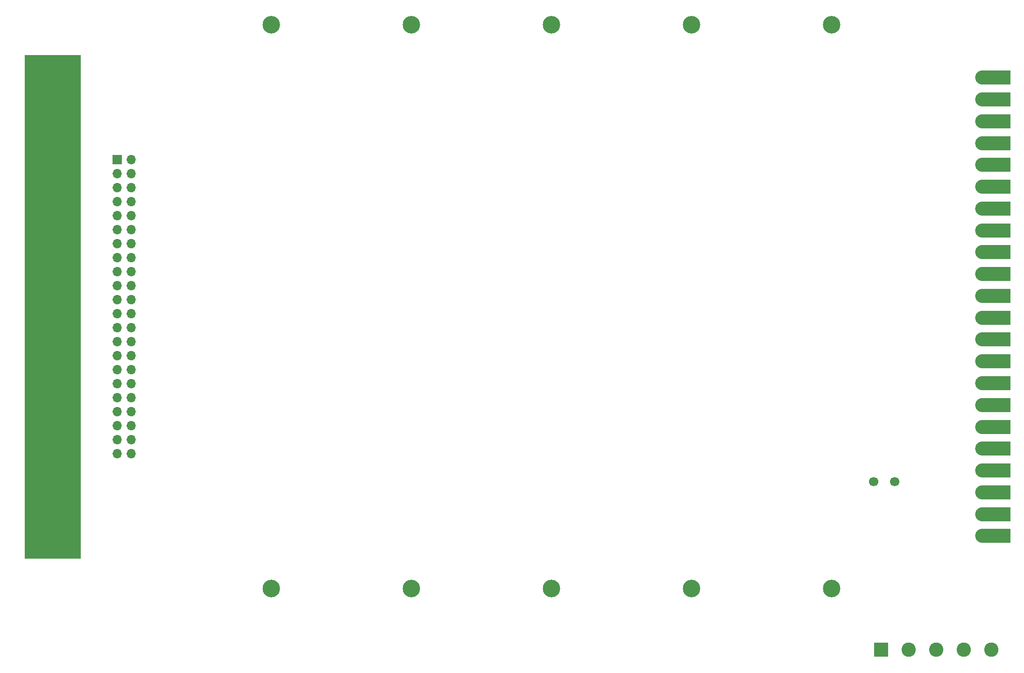
<source format=gts>
%TF.GenerationSoftware,KiCad,Pcbnew,7.0.6*%
%TF.CreationDate,2023-07-16T11:08:31+02:00*%
%TF.ProjectId,kim-1-mtu-expansion-card,6b696d2d-312d-46d7-9475-2d657870616e,rev?*%
%TF.SameCoordinates,Original*%
%TF.FileFunction,Soldermask,Top*%
%TF.FilePolarity,Negative*%
%FSLAX46Y46*%
G04 Gerber Fmt 4.6, Leading zero omitted, Abs format (unit mm)*
G04 Created by KiCad (PCBNEW 7.0.6) date 2023-07-16 11:08:31*
%MOMM*%
%LPD*%
G01*
G04 APERTURE LIST*
G04 Aperture macros list*
%AMFreePoly0*
4,1,22,-1.270000,3.180000,1.270000,3.180000,1.270000,-1.910000,1.254364,-2.108672,1.198732,-2.329454,1.104571,-2.536755,0.974909,-2.723912,0.813912,-2.884909,0.626755,-3.014571,0.419454,-3.108732,0.198672,-3.164364,0.000000,-3.180000,-0.198672,-3.164364,-0.419454,-3.108732,-0.626755,-3.014571,-0.813912,-2.884909,-0.974909,-2.723912,-1.104571,-2.536755,-1.198732,-2.329454,-1.254364,-2.108672,
-1.270000,-1.910000,-1.270000,3.180000,-1.270000,3.180000,$1*%
G04 Aperture macros list end*
%ADD10C,0.120000*%
%ADD11R,2.600000X2.600000*%
%ADD12C,2.600000*%
%ADD13C,3.180000*%
%ADD14C,1.700000*%
%ADD15FreePoly0,270.000000*%
%ADD16R,1.700000X1.700000*%
%ADD17O,1.700000X1.700000*%
G04 APERTURE END LIST*
D10*
%TO.C,P7*%
X58140000Y-40740000D02*
X68200000Y-40740000D01*
X68200000Y-40740000D02*
X68200000Y-131980000D01*
X68200000Y-131980000D02*
X58140000Y-131980000D01*
X58140000Y-131980000D02*
X58140000Y-40740000D01*
G36*
X58140000Y-40740000D02*
G01*
X68200000Y-40740000D01*
X68200000Y-131980000D01*
X58140000Y-131980000D01*
X58140000Y-40740000D01*
G37*
%TD*%
D11*
%TO.C,J2*%
X213440000Y-148590000D03*
D12*
X218440000Y-148590000D03*
X223440000Y-148590000D03*
X228440000Y-148590000D03*
X233440000Y-148590000D03*
%TD*%
D13*
%TO.C,P5*%
X128270000Y-35205000D03*
X128270000Y-137515000D03*
%TD*%
%TO.C,P4*%
X153670000Y-35205000D03*
X153670000Y-137515000D03*
%TD*%
D14*
%TO.C,J3*%
X215900000Y-118110000D03*
%TD*%
D13*
%TO.C,P2*%
X204470000Y-35205000D03*
X204470000Y-137515000D03*
%TD*%
D14*
%TO.C,J4*%
X212090000Y-118110000D03*
%TD*%
D15*
%TO.C,P1*%
X233680000Y-44780000D03*
X233680000Y-48740000D03*
X233680000Y-52700000D03*
X233680000Y-56660000D03*
X233680000Y-60620000D03*
X233680000Y-64580000D03*
X233680000Y-68540000D03*
X233680000Y-72500000D03*
X233680000Y-76460000D03*
X233680000Y-80420000D03*
X233680000Y-84380000D03*
X233680000Y-88340000D03*
X233680000Y-92300000D03*
X233680000Y-96260000D03*
X233680000Y-100220000D03*
X233680000Y-104180000D03*
X233680000Y-108140000D03*
X233680000Y-112100000D03*
X233680000Y-116060000D03*
X233680000Y-120020000D03*
X233680000Y-123980000D03*
X233680000Y-127940000D03*
%TD*%
D13*
%TO.C,P3*%
X179070000Y-35205000D03*
X179070000Y-137515000D03*
%TD*%
D16*
%TO.C,J1*%
X74930000Y-59690000D03*
D17*
X74930000Y-62230000D03*
X74930000Y-64770000D03*
X74930000Y-67310000D03*
X74930000Y-69850000D03*
X74930000Y-72390000D03*
X74930000Y-74930000D03*
X74930000Y-77470000D03*
X74930000Y-80010000D03*
X74930000Y-82550000D03*
X74930000Y-85090000D03*
X74930000Y-87630000D03*
X74930000Y-90170000D03*
X74930000Y-92710000D03*
X74930000Y-95250000D03*
X74930000Y-97790000D03*
X74930000Y-100330000D03*
X74930000Y-102870000D03*
X74930000Y-105410000D03*
X74930000Y-107950000D03*
X74930000Y-110490000D03*
X74930000Y-113030000D03*
X77470000Y-59690000D03*
X77470000Y-62230000D03*
X77470000Y-64770000D03*
X77470000Y-67310000D03*
X77470000Y-69850000D03*
X77470000Y-72390000D03*
X77470000Y-74930000D03*
X77470000Y-77470000D03*
X77470000Y-80010000D03*
X77470000Y-82550000D03*
X77470000Y-85090000D03*
X77470000Y-87630000D03*
X77470000Y-90170000D03*
X77470000Y-92710000D03*
X77470000Y-95250000D03*
X77470000Y-97790000D03*
X77470000Y-100330000D03*
X77470000Y-102870000D03*
X77470000Y-105410000D03*
X77470000Y-107950000D03*
X77470000Y-110490000D03*
X77470000Y-113030000D03*
%TD*%
D13*
%TO.C,P6*%
X102870000Y-35205000D03*
X102870000Y-137515000D03*
%TD*%
M02*

</source>
